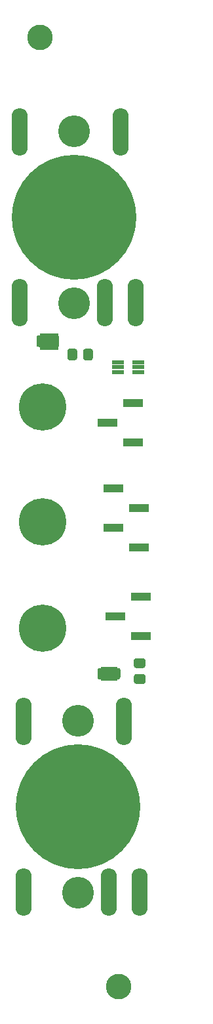
<source format=gbr>
%TF.GenerationSoftware,KiCad,Pcbnew,5.1.6+dfsg1-1*%
%TF.CreationDate,2020-08-19T02:21:13+02:00*%
%TF.ProjectId,midi_breakout,6d696469-5f62-4726-9561-6b6f75742e6b,rev?*%
%TF.SameCoordinates,Original*%
%TF.FileFunction,Soldermask,Top*%
%TF.FilePolarity,Negative*%
%FSLAX46Y46*%
G04 Gerber Fmt 4.6, Leading zero omitted, Abs format (unit mm)*
G04 Created by KiCad (PCBNEW 5.1.6+dfsg1-1) date 2020-08-19 02:21:13*
%MOMM*%
%LPD*%
G01*
G04 APERTURE LIST*
%ADD10C,0.100000*%
%ADD11C,3.300000*%
%ADD12C,6.100000*%
%ADD13R,1.600000X0.500000*%
%ADD14R,2.610000X1.100000*%
%ADD15O,2.100000X6.100000*%
%ADD16C,4.100000*%
%ADD17C,16.100000*%
G04 APERTURE END LIST*
D10*
G36*
X22895860Y-58469200D02*
G01*
X20645860Y-58469200D01*
X20645860Y-56469200D01*
X22895860Y-56469200D01*
X22895860Y-58469200D01*
G37*
X22895860Y-58469200D02*
X20645860Y-58469200D01*
X20645860Y-56469200D01*
X22895860Y-56469200D01*
X22895860Y-58469200D01*
G36*
X30534860Y-101218760D02*
G01*
X28534860Y-101218760D01*
X28534860Y-99468760D01*
X30534860Y-99468760D01*
X30534860Y-101218760D01*
G37*
X30534860Y-101218760D02*
X28534860Y-101218760D01*
X28534860Y-99468760D01*
X30534860Y-99468760D01*
X30534860Y-101218760D01*
D11*
%TO.C,REF\u002A\u002A*%
X30750000Y-140750000D03*
%TD*%
%TO.C,REF\u002A\u002A*%
X20600000Y-18250000D03*
%TD*%
D12*
%TO.C,REF\u002A\u002A*%
X21000000Y-94500000D03*
%TD*%
%TO.C,REF\u002A\u002A*%
X21000000Y-80750000D03*
%TD*%
%TO.C,REF\u002A\u002A*%
X21000000Y-66000000D03*
%TD*%
D13*
%TO.C,D1*%
X30674000Y-61480460D03*
X30674000Y-60830460D03*
X30674000Y-60180460D03*
X33334000Y-60180460D03*
X33334000Y-60830460D03*
X33334000Y-61480460D03*
%TD*%
%TO.C,D2*%
G36*
G01*
X29934860Y-100850010D02*
X29934860Y-99887510D01*
G75*
G02*
X30203610Y-99618760I268750J0D01*
G01*
X30741110Y-99618760D01*
G75*
G02*
X31009860Y-99887510I0J-268750D01*
G01*
X31009860Y-100850010D01*
G75*
G02*
X30741110Y-101118760I-268750J0D01*
G01*
X30203610Y-101118760D01*
G75*
G02*
X29934860Y-100850010I0J268750D01*
G01*
G37*
G36*
G01*
X28059860Y-100850010D02*
X28059860Y-99887510D01*
G75*
G02*
X28328610Y-99618760I268750J0D01*
G01*
X28866110Y-99618760D01*
G75*
G02*
X29134860Y-99887510I0J-268750D01*
G01*
X29134860Y-100850010D01*
G75*
G02*
X28866110Y-101118760I-268750J0D01*
G01*
X28328610Y-101118760D01*
G75*
G02*
X28059860Y-100850010I0J268750D01*
G01*
G37*
%TD*%
%TO.C,D3*%
G36*
G01*
X21245860Y-56987950D02*
X21245860Y-57950450D01*
G75*
G02*
X20977110Y-58219200I-268750J0D01*
G01*
X20439610Y-58219200D01*
G75*
G02*
X20170860Y-57950450I0J268750D01*
G01*
X20170860Y-56987950D01*
G75*
G02*
X20439610Y-56719200I268750J0D01*
G01*
X20977110Y-56719200D01*
G75*
G02*
X21245860Y-56987950I0J-268750D01*
G01*
G37*
G36*
G01*
X23120860Y-56987950D02*
X23120860Y-57950450D01*
G75*
G02*
X22852110Y-58219200I-268750J0D01*
G01*
X22314610Y-58219200D01*
G75*
G02*
X22045860Y-57950450I0J268750D01*
G01*
X22045860Y-56987950D01*
G75*
G02*
X22314610Y-56719200I268750J0D01*
G01*
X22852110Y-56719200D01*
G75*
G02*
X23120860Y-56987950I0J-268750D01*
G01*
G37*
%TD*%
D14*
%TO.C,J6*%
X30095000Y-76440000D03*
X30095000Y-81520000D03*
X33405000Y-78980000D03*
X33405000Y-84060000D03*
%TD*%
D15*
%TO.C,IN*%
X33000000Y-52500000D03*
X18000000Y-52500000D03*
X31000000Y-30500000D03*
X29000000Y-52500000D03*
X18000000Y-30500000D03*
D16*
X25000000Y-52600000D03*
X25000000Y-30400000D03*
D17*
X25000000Y-41500000D03*
%TD*%
D14*
%TO.C,IN AB*%
X29345000Y-68000000D03*
X32655000Y-65460000D03*
X32655000Y-70540000D03*
%TD*%
D15*
%TO.C,OUT*%
X33500000Y-128500000D03*
X18500000Y-128500000D03*
X31500000Y-106500000D03*
X29500000Y-128500000D03*
X18500000Y-106500000D03*
D16*
X25500000Y-128600000D03*
X25500000Y-106400000D03*
D17*
X25500000Y-117500000D03*
%TD*%
%TO.C,R1*%
G36*
G01*
X33021738Y-100425000D02*
X33978262Y-100425000D01*
G75*
G02*
X34250000Y-100696738I0J-271738D01*
G01*
X34250000Y-101403262D01*
G75*
G02*
X33978262Y-101675000I-271738J0D01*
G01*
X33021738Y-101675000D01*
G75*
G02*
X32750000Y-101403262I0J271738D01*
G01*
X32750000Y-100696738D01*
G75*
G02*
X33021738Y-100425000I271738J0D01*
G01*
G37*
G36*
G01*
X33021738Y-98375000D02*
X33978262Y-98375000D01*
G75*
G02*
X34250000Y-98646738I0J-271738D01*
G01*
X34250000Y-99353262D01*
G75*
G02*
X33978262Y-99625000I-271738J0D01*
G01*
X33021738Y-99625000D01*
G75*
G02*
X32750000Y-99353262I0J271738D01*
G01*
X32750000Y-98646738D01*
G75*
G02*
X33021738Y-98375000I271738J0D01*
G01*
G37*
%TD*%
%TO.C,R2*%
G36*
G01*
X25416560Y-58716438D02*
X25416560Y-59672962D01*
G75*
G02*
X25144822Y-59944700I-271738J0D01*
G01*
X24438298Y-59944700D01*
G75*
G02*
X24166560Y-59672962I0J271738D01*
G01*
X24166560Y-58716438D01*
G75*
G02*
X24438298Y-58444700I271738J0D01*
G01*
X25144822Y-58444700D01*
G75*
G02*
X25416560Y-58716438I0J-271738D01*
G01*
G37*
G36*
G01*
X27466560Y-58716438D02*
X27466560Y-59672962D01*
G75*
G02*
X27194822Y-59944700I-271738J0D01*
G01*
X26488298Y-59944700D01*
G75*
G02*
X26216560Y-59672962I0J271738D01*
G01*
X26216560Y-58716438D01*
G75*
G02*
X26488298Y-58444700I271738J0D01*
G01*
X27194822Y-58444700D01*
G75*
G02*
X27466560Y-58716438I0J-271738D01*
G01*
G37*
%TD*%
D14*
%TO.C,MIDI_OUT_A1*%
X30345000Y-93000000D03*
X33655000Y-90460000D03*
X33655000Y-95540000D03*
%TD*%
M02*

</source>
